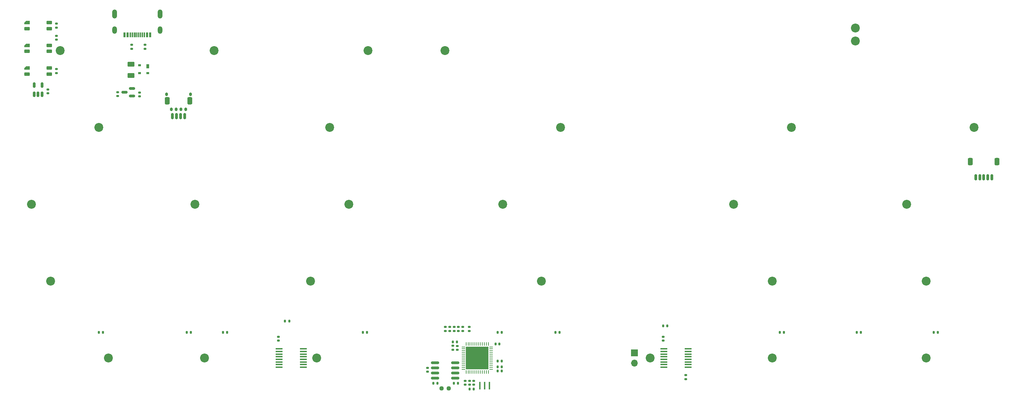
<source format=gbr>
%TF.GenerationSoftware,KiCad,Pcbnew,(7.0.0)*%
%TF.CreationDate,2023-09-15T12:32:05+02:00*%
%TF.ProjectId,vanagon topre,76616e61-676f-46e2-9074-6f7072652e6b,rev?*%
%TF.SameCoordinates,Original*%
%TF.FileFunction,Soldermask,Bot*%
%TF.FilePolarity,Negative*%
%FSLAX46Y46*%
G04 Gerber Fmt 4.6, Leading zero omitted, Abs format (unit mm)*
G04 Created by KiCad (PCBNEW (7.0.0)) date 2023-09-15 12:32:05*
%MOMM*%
%LPD*%
G01*
G04 APERTURE LIST*
G04 Aperture macros list*
%AMRoundRect*
0 Rectangle with rounded corners*
0 $1 Rounding radius*
0 $2 $3 $4 $5 $6 $7 $8 $9 X,Y pos of 4 corners*
0 Add a 4 corners polygon primitive as box body*
4,1,4,$2,$3,$4,$5,$6,$7,$8,$9,$2,$3,0*
0 Add four circle primitives for the rounded corners*
1,1,$1+$1,$2,$3*
1,1,$1+$1,$4,$5*
1,1,$1+$1,$6,$7*
1,1,$1+$1,$8,$9*
0 Add four rect primitives between the rounded corners*
20,1,$1+$1,$2,$3,$4,$5,0*
20,1,$1+$1,$4,$5,$6,$7,0*
20,1,$1+$1,$6,$7,$8,$9,0*
20,1,$1+$1,$8,$9,$2,$3,0*%
%AMFreePoly0*
4,1,18,-0.410000,0.593000,-0.403758,0.624380,-0.385983,0.650983,-0.359380,0.668758,-0.328000,0.675000,0.328000,0.675000,0.359380,0.668758,0.385983,0.650983,0.403758,0.624380,0.410000,0.593000,0.410000,-0.593000,0.403758,-0.624380,0.385983,-0.650983,0.359380,-0.668758,0.328000,-0.675000,0.000000,-0.675000,-0.410000,-0.265000,-0.410000,0.593000,-0.410000,0.593000,$1*%
G04 Aperture macros list end*
%ADD10C,2.200000*%
%ADD11RoundRect,0.140000X-0.170000X0.140000X-0.170000X-0.140000X0.170000X-0.140000X0.170000X0.140000X0*%
%ADD12RoundRect,0.135000X-0.185000X0.135000X-0.185000X-0.135000X0.185000X-0.135000X0.185000X0.135000X0*%
%ADD13RoundRect,0.135000X-0.135000X-0.185000X0.135000X-0.185000X0.135000X0.185000X-0.135000X0.185000X0*%
%ADD14RoundRect,0.135000X0.135000X0.185000X-0.135000X0.185000X-0.135000X-0.185000X0.135000X-0.185000X0*%
%ADD15R,0.400000X1.900000*%
%ADD16RoundRect,0.140000X0.170000X-0.140000X0.170000X0.140000X-0.170000X0.140000X-0.170000X-0.140000X0*%
%ADD17RoundRect,0.062500X0.062500X-0.375000X0.062500X0.375000X-0.062500X0.375000X-0.062500X-0.375000X0*%
%ADD18RoundRect,0.062500X0.375000X-0.062500X0.375000X0.062500X-0.375000X0.062500X-0.375000X-0.062500X0*%
%ADD19R,5.600000X5.600000*%
%ADD20R,1.778000X0.419100*%
%ADD21R,1.700000X1.700000*%
%ADD22O,1.700000X1.700000*%
%ADD23RoundRect,0.150000X-0.150000X-0.625000X0.150000X-0.625000X0.150000X0.625000X-0.150000X0.625000X0*%
%ADD24RoundRect,0.250000X-0.350000X-0.650000X0.350000X-0.650000X0.350000X0.650000X-0.350000X0.650000X0*%
%ADD25R,0.700000X1.000000*%
%ADD26R,0.700000X0.600000*%
%ADD27RoundRect,0.250000X-0.625000X0.375000X-0.625000X-0.375000X0.625000X-0.375000X0.625000X0.375000X0*%
%ADD28RoundRect,0.082000X-0.593000X0.328000X-0.593000X-0.328000X0.593000X-0.328000X0.593000X0.328000X0*%
%ADD29FreePoly0,270.000000*%
%ADD30RoundRect,0.150000X-0.825000X-0.150000X0.825000X-0.150000X0.825000X0.150000X-0.825000X0.150000X0*%
%ADD31RoundRect,0.150000X0.587500X0.150000X-0.587500X0.150000X-0.587500X-0.150000X0.587500X-0.150000X0*%
%ADD32R,0.600000X1.300000*%
%ADD33R,0.300000X1.300000*%
%ADD34O,1.200000X2.250000*%
%ADD35O,1.200000X1.850000*%
%ADD36RoundRect,0.150000X0.150000X-0.512500X0.150000X0.512500X-0.150000X0.512500X-0.150000X-0.512500X0*%
%ADD37RoundRect,0.140000X-0.140000X-0.170000X0.140000X-0.170000X0.140000X0.170000X-0.140000X0.170000X0*%
%ADD38RoundRect,0.135000X0.185000X-0.135000X0.185000X0.135000X-0.185000X0.135000X-0.185000X-0.135000X0*%
%ADD39RoundRect,0.140000X0.140000X0.170000X-0.140000X0.170000X-0.140000X-0.170000X0.140000X-0.170000X0*%
%ADD40RoundRect,0.150000X-0.150000X-0.275000X0.150000X-0.275000X0.150000X0.275000X-0.150000X0.275000X0*%
%ADD41RoundRect,0.175000X-0.175000X-0.225000X0.175000X-0.225000X0.175000X0.225000X-0.175000X0.225000X0*%
%ADD42RoundRect,0.237500X0.250000X0.237500X-0.250000X0.237500X-0.250000X-0.237500X0.250000X-0.237500X0*%
G04 APERTURE END LIST*
D10*
%TO.C,H7*%
X161925000Y-77787500D03*
%TD*%
%TO.C,H22*%
X73818750Y-134937500D03*
%TD*%
%TO.C,H26*%
X252412500Y-134937500D03*
%TD*%
%TO.C,H13*%
X147637500Y-96837500D03*
%TD*%
%TO.C,H8*%
X219075000Y-77787500D03*
%TD*%
%TO.C,H19*%
X214312500Y-115887500D03*
%TD*%
%TO.C,H3*%
X114300000Y-58737500D03*
%TD*%
%TO.C,H18*%
X157162500Y-115887500D03*
%TD*%
%TO.C,H16*%
X35718750Y-115887500D03*
%TD*%
%TO.C,H25*%
X214312500Y-134937500D03*
%TD*%
%TO.C,H24*%
X184150000Y-134937500D03*
%TD*%
%TO.C,H1*%
X38100000Y-58737500D03*
%TD*%
%TO.C,H20*%
X252412500Y-115887500D03*
%TD*%
%TO.C,H17*%
X100012500Y-115887500D03*
%TD*%
%TO.C,H9*%
X264318750Y-77787500D03*
%TD*%
%TO.C,H11*%
X71437500Y-96837500D03*
%TD*%
%TO.C,H28*%
X234950000Y-56356250D03*
%TD*%
%TO.C,H2*%
X76200000Y-58737500D03*
%TD*%
%TO.C,H10*%
X30956250Y-96837500D03*
%TD*%
%TO.C,H14*%
X204787500Y-96837500D03*
%TD*%
%TO.C,H27*%
X234950000Y-53156250D03*
%TD*%
%TO.C,H21*%
X50006250Y-134937500D03*
%TD*%
%TO.C,H5*%
X47625000Y-77787500D03*
%TD*%
%TO.C,H23*%
X101600000Y-134937500D03*
%TD*%
%TO.C,H12*%
X109537500Y-96837500D03*
%TD*%
%TO.C,H15*%
X247650000Y-96837500D03*
%TD*%
%TO.C,H6*%
X104775000Y-77787500D03*
%TD*%
%TO.C,H4*%
X133350000Y-58737500D03*
%TD*%
D11*
%TO.C,C6*%
X139442322Y-140577223D03*
X139442322Y-141537223D03*
%TD*%
D12*
%TO.C,R6*%
X137707458Y-127253239D03*
X137707458Y-128273239D03*
%TD*%
D13*
%TO.C,R15*%
X69389148Y-128587500D03*
X70409148Y-128587500D03*
%TD*%
%TO.C,R24*%
X216183750Y-128587500D03*
X217203750Y-128587500D03*
%TD*%
D12*
%TO.C,R4*%
X135578946Y-127225266D03*
X135578946Y-128245266D03*
%TD*%
D14*
%TO.C,R19*%
X131478750Y-141193750D03*
X130458750Y-141193750D03*
%TD*%
D15*
%TO.C,Y1*%
X141957463Y-141748284D03*
X143157463Y-141748284D03*
X144357463Y-141748284D03*
%TD*%
D16*
%TO.C,C15*%
X37100000Y-53032500D03*
X37100000Y-52072500D03*
%TD*%
D13*
%TO.C,R26*%
X254283750Y-128577309D03*
X255303750Y-128577309D03*
%TD*%
D17*
%TO.C,U1*%
X144037500Y-138375000D03*
X143537500Y-138375000D03*
X143037500Y-138375000D03*
X142537500Y-138375000D03*
X142037500Y-138375000D03*
X141537500Y-138375000D03*
X141037500Y-138375000D03*
X140537500Y-138375000D03*
X140037500Y-138375000D03*
X139537500Y-138375000D03*
X139037500Y-138375000D03*
X138537500Y-138375000D03*
D18*
X137850000Y-137687500D03*
X137850000Y-137187500D03*
X137850000Y-136687500D03*
X137850000Y-136187500D03*
X137850000Y-135687500D03*
X137850000Y-135187500D03*
X137850000Y-134687500D03*
X137850000Y-134187500D03*
X137850000Y-133687500D03*
X137850000Y-133187500D03*
X137850000Y-132687500D03*
X137850000Y-132187500D03*
D17*
X138537500Y-131500000D03*
X139037500Y-131500000D03*
X139537500Y-131500000D03*
X140037500Y-131500000D03*
X140537500Y-131500000D03*
X141037500Y-131500000D03*
X141537500Y-131500000D03*
X142037500Y-131500000D03*
X142537500Y-131500000D03*
X143037500Y-131500000D03*
X143537500Y-131500000D03*
X144037500Y-131500000D03*
D18*
X144725000Y-132187500D03*
X144725000Y-132687500D03*
X144725000Y-133187500D03*
X144725000Y-133687500D03*
X144725000Y-134187500D03*
X144725000Y-134687500D03*
X144725000Y-135187500D03*
X144725000Y-135687500D03*
X144725000Y-136187500D03*
X144725000Y-136687500D03*
X144725000Y-137187500D03*
X144725000Y-137687500D03*
D19*
X141287499Y-134937499D03*
%TD*%
D11*
%TO.C,C13*%
X138345929Y-140577223D03*
X138345929Y-141537223D03*
%TD*%
D12*
%TO.C,R12*%
X55753000Y-57275000D03*
X55753000Y-58295000D03*
%TD*%
D20*
%TO.C,U6*%
X193474339Y-132664199D03*
X193474339Y-133314439D03*
X193474339Y-133964679D03*
X193474339Y-134614919D03*
X193474339Y-135260079D03*
X193474339Y-135910319D03*
X193474339Y-136560559D03*
X193474339Y-137210799D03*
X187525659Y-137210799D03*
X187525659Y-136560559D03*
X187525659Y-135910319D03*
X187525659Y-135260079D03*
X187525659Y-134614919D03*
X187525659Y-133964679D03*
X187525659Y-133314439D03*
X187525659Y-132664199D03*
%TD*%
D21*
%TO.C,SW1*%
X180181249Y-133662499D03*
D22*
X180181249Y-136202499D03*
%TD*%
D23*
%TO.C,J1*%
X65843750Y-75025000D03*
X66843750Y-75025000D03*
X67843750Y-75025000D03*
X68843750Y-75025000D03*
D24*
X64543750Y-71150000D03*
X70143750Y-71150000D03*
%TD*%
D14*
%TO.C,R17*%
X94752704Y-125829190D03*
X93732704Y-125829190D03*
%TD*%
D25*
%TO.C,D1*%
X59735620Y-62604971D03*
D26*
X59735620Y-64304971D03*
X57735620Y-64304971D03*
X57735620Y-62404971D03*
%TD*%
D20*
%TO.C,U4*%
X98224339Y-132664199D03*
X98224339Y-133314439D03*
X98224339Y-133964679D03*
X98224339Y-134614919D03*
X98224339Y-135260079D03*
X98224339Y-135910319D03*
X98224339Y-136560559D03*
X98224339Y-137210799D03*
X92275659Y-137210799D03*
X92275659Y-136560559D03*
X92275659Y-135910319D03*
X92275659Y-135260079D03*
X92275659Y-134614919D03*
X92275659Y-133964679D03*
X92275659Y-133314439D03*
X92275659Y-132664199D03*
%TD*%
D23*
%TO.C,J4*%
X264700000Y-90106250D03*
X265700000Y-90106250D03*
X266700000Y-90106250D03*
X267700000Y-90106250D03*
X268700000Y-90106250D03*
D24*
X263400000Y-86231250D03*
X270000000Y-86231250D03*
%TD*%
D12*
%TO.C,R5*%
X136652000Y-127235871D03*
X136652000Y-128255871D03*
%TD*%
D14*
%TO.C,R21*%
X161641250Y-128587500D03*
X160621250Y-128587500D03*
%TD*%
D11*
%TO.C,C7*%
X140445929Y-140584658D03*
X140445929Y-141544658D03*
%TD*%
D12*
%TO.C,R3*%
X134493000Y-127226234D03*
X134493000Y-128246234D03*
%TD*%
D13*
%TO.C,R11*%
X146333750Y-135731250D03*
X147353750Y-135731250D03*
%TD*%
D27*
%TO.C,F_USBC1*%
X55562500Y-62100000D03*
X55562500Y-64900000D03*
%TD*%
D13*
%TO.C,R8*%
X139439723Y-142663937D03*
X140459723Y-142663937D03*
%TD*%
D28*
%TO.C,LED1*%
X35325000Y-64567500D03*
X35325000Y-63067500D03*
X29875000Y-64567500D03*
D29*
X29874999Y-63067499D03*
%TD*%
D13*
%TO.C,R16*%
X47625000Y-128587500D03*
X48645000Y-128587500D03*
%TD*%
D16*
%TO.C,C1*%
X136331787Y-132911388D03*
X136331787Y-131951388D03*
%TD*%
%TO.C,C17*%
X37100000Y-64297500D03*
X37100000Y-63337500D03*
%TD*%
D28*
%TO.C,LED3*%
X35324000Y-53302500D03*
X35324000Y-51802500D03*
X29874000Y-53302500D03*
D29*
X29873999Y-51802499D03*
%TD*%
D14*
%TO.C,R18*%
X114009913Y-128577309D03*
X112989913Y-128577309D03*
%TD*%
D12*
%TO.C,R13*%
X59055000Y-57275000D03*
X59055000Y-58295000D03*
%TD*%
D30*
%TO.C,U5*%
X130875000Y-139923750D03*
X130875000Y-138653750D03*
X130875000Y-137383750D03*
X130875000Y-136113750D03*
X135825000Y-136113750D03*
X135825000Y-137383750D03*
X135825000Y-138653750D03*
X135825000Y-139923750D03*
%TD*%
D13*
%TO.C,R25*%
X235233750Y-128587500D03*
X236253750Y-128587500D03*
%TD*%
D31*
%TO.C,U2*%
X55854439Y-68106250D03*
X55854439Y-70006250D03*
X53979439Y-69056250D03*
%TD*%
D11*
%TO.C,C8*%
X52313712Y-69068759D03*
X52313712Y-70028759D03*
%TD*%
D32*
%TO.C,J3*%
X53949999Y-54799999D03*
X54749999Y-54799999D03*
D33*
X55899999Y-54799999D03*
X56899999Y-54799999D03*
X57399999Y-54799999D03*
X58399999Y-54799999D03*
D32*
X59549999Y-54799999D03*
X60349999Y-54799999D03*
D33*
X58899999Y-54799999D03*
X57899999Y-54799999D03*
X56399999Y-54799999D03*
X55399999Y-54799999D03*
D34*
X51529999Y-49649999D03*
D35*
X51529999Y-53649999D03*
D34*
X62769999Y-49649999D03*
D35*
X62769999Y-53649999D03*
%TD*%
D16*
%TO.C,C9*%
X57702555Y-70069871D03*
X57702555Y-69109871D03*
%TD*%
D36*
%TO.C,U3*%
X33550000Y-69547375D03*
X32600000Y-69547375D03*
X31650000Y-69547375D03*
X31650000Y-67272375D03*
X33550000Y-67272375D03*
%TD*%
D13*
%TO.C,R20*%
X187323000Y-127000000D03*
X188343000Y-127000000D03*
%TD*%
D16*
%TO.C,C16*%
X37115180Y-56042500D03*
X37115180Y-55082500D03*
%TD*%
D37*
%TO.C,C5*%
X146375680Y-137121052D03*
X147335680Y-137121052D03*
%TD*%
D16*
%TO.C,C12*%
X129007714Y-138333131D03*
X129007714Y-137373131D03*
%TD*%
D28*
%TO.C,LED2*%
X35324000Y-58935000D03*
X35324000Y-57435000D03*
X29874000Y-58935000D03*
D29*
X29873999Y-57434999D03*
%TD*%
D38*
%TO.C,R1*%
X139319000Y-128271660D03*
X139319000Y-127251660D03*
%TD*%
D14*
%TO.C,R22*%
X147353750Y-128587500D03*
X146333750Y-128587500D03*
%TD*%
D37*
%TO.C,C2*%
X146386593Y-138167485D03*
X147346593Y-138167485D03*
%TD*%
D39*
%TO.C,C3*%
X136243000Y-130937000D03*
X135283000Y-130937000D03*
%TD*%
D13*
%TO.C,R7*%
X135505000Y-141193750D03*
X136525000Y-141193750D03*
%TD*%
D37*
%TO.C,C4*%
X145851250Y-131481250D03*
X146811250Y-131481250D03*
%TD*%
D12*
%TO.C,R9*%
X135252011Y-131903511D03*
X135252011Y-132923511D03*
%TD*%
D40*
%TO.C,J2*%
X65543750Y-73312500D03*
X66743750Y-73312500D03*
X67943750Y-73312500D03*
X69143750Y-73312500D03*
D41*
X64393750Y-69537500D03*
X70293750Y-69537500D03*
%TD*%
D14*
%TO.C,R10*%
X79375000Y-128587500D03*
X78355000Y-128587500D03*
%TD*%
D12*
%TO.C,R2*%
X133428916Y-127218308D03*
X133428916Y-128238308D03*
%TD*%
D16*
%TO.C,C11*%
X92075000Y-130655000D03*
X92075000Y-129695000D03*
%TD*%
%TO.C,C14*%
X187325000Y-130655000D03*
X187325000Y-129695000D03*
%TD*%
D12*
%TO.C,R23*%
X192881250Y-139190000D03*
X192881250Y-140210000D03*
%TD*%
D42*
%TO.C,JP1*%
X134279692Y-142496607D03*
X132454692Y-142496607D03*
%TD*%
D11*
%TO.C,C18*%
X35052000Y-68354000D03*
X35052000Y-69314000D03*
%TD*%
M02*

</source>
